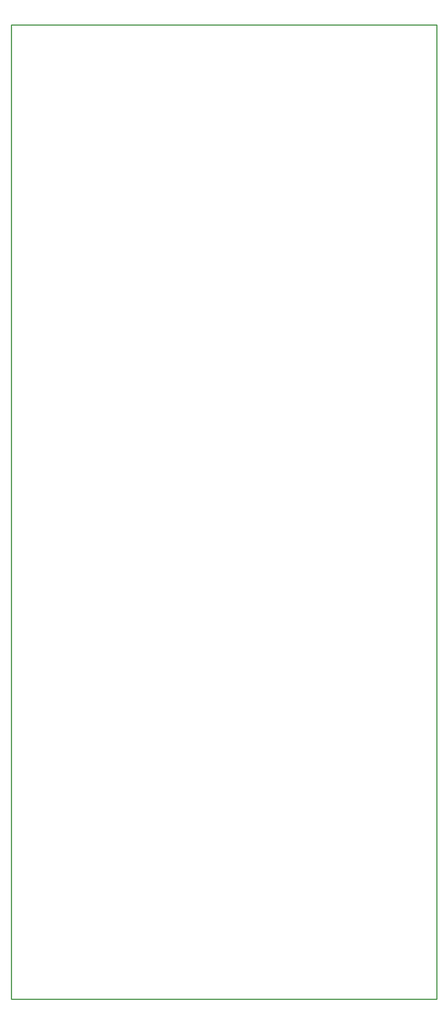
<source format=gm1>
%FSTAX23Y23*%
%MOIN*%
%SFA1B1*%

%IPPOS*%
%ADD10C,0.010000*%
%LNservo_pwr-1*%
%LPD*%
G54D10*
X03303Y08444D02*
Y0846D01*
X-00429D02*
X03303D01*
X-00468Y-00157D02*
X03303D01*
X-00468Y0846D02*
X-00429D01*
X-00468D02*
Y-00157D01*
X03303D02*
Y08444D01*
M02*
</source>
